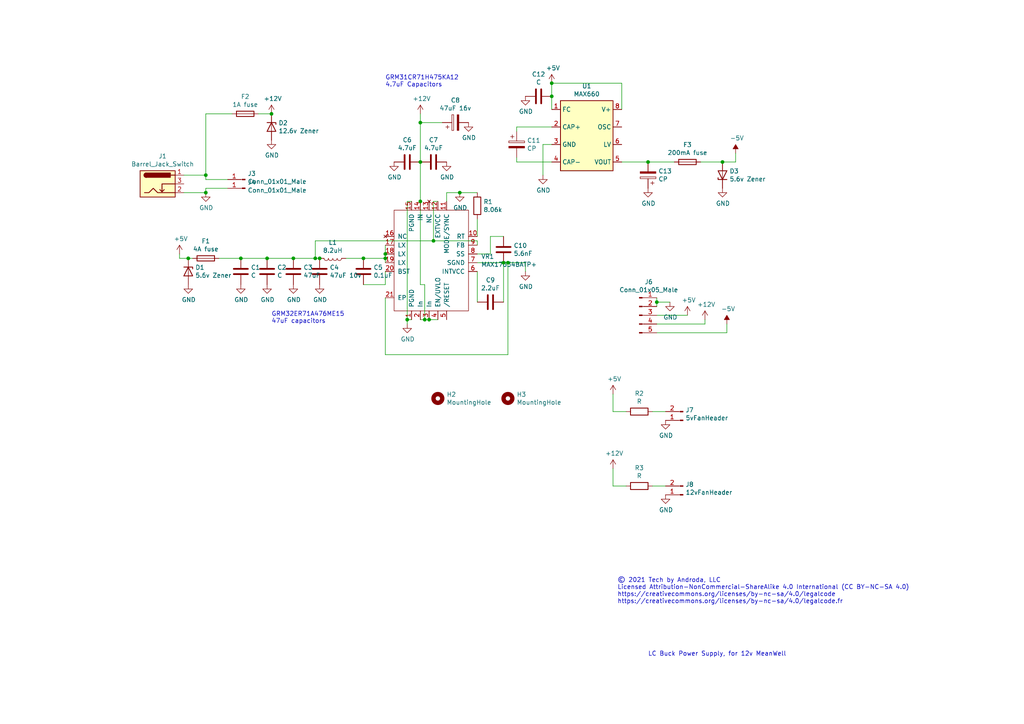
<source format=kicad_sch>
(kicad_sch (version 20211123) (generator eeschema)
  (paper "A4")
  (lib_symbols
    (symbol "Connector:Barrel_Jack_Switch" (pin_names hide)
      (property "Reference" "J" (at 0 5.334 0))
      (property "Value" "Barrel_Jack_Switch" (at 0 -5.08 0))
      (symbol "Barrel_Jack_Switch_0_1"
        (rectangle (start -5.08 3.81) (end 5.08 -3.81) (stroke (width 0.254)) (fill (type background)))
        (arc (start -3.302 3.175) (mid -3.937 2.54) (end -3.302 1.905) (stroke (width 0.254)))
        (arc (start -3.302 3.175) (mid -3.937 2.54) (end -3.302 1.905) (stroke (width 0.254)) (fill (type outline)))
        (polyline (pts (xy 1.27 -2.286) (xy 1.905 -1.651)) (stroke (width 0.254)))
        (polyline (pts (xy 5.08 2.54) (xy 3.81 2.54)) (stroke (width 0.254)))
        (polyline (pts (xy 5.08 0) (xy 1.27 0) (xy 1.27 -2.286) (xy 0.635 -1.651)) (stroke (width 0.254)))
        (polyline (pts (xy -3.81 -2.54) (xy -2.54 -2.54) (xy -1.27 -1.27) (xy 0 -2.54) (xy 2.54 -2.54) (xy 5.08 -2.54)) (stroke (width 0.254)))
        (rectangle (start 3.683 3.175) (end -3.302 1.905) (stroke (width 0.254)) (fill (type outline)))
      )
      (symbol "Barrel_Jack_Switch_1_1"
        (pin passive line (at 7.62 2.54 180) (length 2.54) (name "~") (number "1"))
        (pin passive line (at 7.62 -2.54 180) (length 2.54) (name "~") (number "2"))
        (pin passive line (at 7.62 0 180) (length 2.54) (name "~") (number "3"))
      )
    )
    (symbol "Connector:Conn_01x01_Male" (pin_names (offset 1.016) hide)
      (property "Reference" "J" (at 0 2.54 0))
      (property "Value" "Conn_01x01_Male" (at 0 -2.54 0))
      (symbol "Conn_01x01_Male_1_1"
        (polyline (pts (xy 1.27 0) (xy 0.8636 0)) (stroke (width 0.1524)))
        (rectangle (start 0.8636 0.127) (end 0 -0.127) (stroke (width 0.1524)) (fill (type outline)))
        (pin passive line (at 5.08 0 180) (length 3.81) (name "Pin_1") (number "1"))
      )
    )
    (symbol "Connector:Conn_01x02_Male" (pin_names (offset 1.016) hide)
      (property "Reference" "J" (at 0 2.54 0))
      (property "Value" "Conn_01x02_Male" (at 0 -5.08 0))
      (symbol "Conn_01x02_Male_1_1"
        (polyline (pts (xy 1.27 -2.54) (xy 0.8636 -2.54)) (stroke (width 0.1524)))
        (polyline (pts (xy 1.27 0) (xy 0.8636 0)) (stroke (width 0.1524)))
        (rectangle (start 0.8636 -2.413) (end 0 -2.667) (stroke (width 0.1524)) (fill (type outline)))
        (rectangle (start 0.8636 0.127) (end 0 -0.127) (stroke (width 0.1524)) (fill (type outline)))
        (pin passive line (at 5.08 0 180) (length 3.81) (name "Pin_1") (number "1"))
        (pin passive line (at 5.08 -2.54 180) (length 3.81) (name "Pin_2") (number "2"))
      )
    )
    (symbol "Connector:Conn_01x05_Male" (pin_names (offset 1.016) hide)
      (property "Reference" "J" (at 0 7.62 0))
      (property "Value" "Conn_01x05_Male" (at 0 -7.62 0))
      (symbol "Conn_01x05_Male_1_1"
        (polyline (pts (xy 1.27 -5.08) (xy 0.8636 -5.08)) (stroke (width 0.1524)))
        (polyline (pts (xy 1.27 -2.54) (xy 0.8636 -2.54)) (stroke (width 0.1524)))
        (polyline (pts (xy 1.27 0) (xy 0.8636 0)) (stroke (width 0.1524)))
        (polyline (pts (xy 1.27 2.54) (xy 0.8636 2.54)) (stroke (width 0.1524)))
        (polyline (pts (xy 1.27 5.08) (xy 0.8636 5.08)) (stroke (width 0.1524)))
        (rectangle (start 0.8636 -4.953) (end 0 -5.207) (stroke (width 0.1524)) (fill (type outline)))
        (rectangle (start 0.8636 -2.413) (end 0 -2.667) (stroke (width 0.1524)) (fill (type outline)))
        (rectangle (start 0.8636 0.127) (end 0 -0.127) (stroke (width 0.1524)) (fill (type outline)))
        (rectangle (start 0.8636 2.667) (end 0 2.413) (stroke (width 0.1524)) (fill (type outline)))
        (rectangle (start 0.8636 5.207) (end 0 4.953) (stroke (width 0.1524)) (fill (type outline)))
        (pin passive line (at 5.08 5.08 180) (length 3.81) (name "Pin_1") (number "1"))
        (pin passive line (at 5.08 2.54 180) (length 3.81) (name "Pin_2") (number "2"))
        (pin passive line (at 5.08 0 180) (length 3.81) (name "Pin_3") (number "3"))
        (pin passive line (at 5.08 -2.54 180) (length 3.81) (name "Pin_4") (number "4"))
        (pin passive line (at 5.08 -5.08 180) (length 3.81) (name "Pin_5") (number "5"))
      )
    )
    (symbol "Device:C" (pin_numbers hide) (pin_names (offset 0.254))
      (property "Reference" "C" (at 0.635 2.54 0))
      (property "Value" "C" (at 0.635 -2.54 0))
      (symbol "C_0_1"
        (polyline (pts (xy -2.032 -0.762) (xy 2.032 -0.762)) (stroke (width 0.508)))
        (polyline (pts (xy -2.032 0.762) (xy 2.032 0.762)) (stroke (width 0.508)))
      )
      (symbol "C_1_1"
        (pin passive line (at 0 3.81 270) (length 2.794) (name "~") (number "1"))
        (pin passive line (at 0 -3.81 90) (length 2.794) (name "~") (number "2"))
      )
    )
    (symbol "Device:CP" (pin_numbers hide) (pin_names (offset 0.254))
      (property "Reference" "C" (at 0.635 2.54 0))
      (property "Value" "Device_CP" (at 0.635 -2.54 0))
      (symbol "CP_0_1"
        (rectangle (start -2.286 0.508) (end 2.286 1.016))
        (polyline (pts (xy -1.778 2.286) (xy -0.762 2.286)))
        (polyline (pts (xy -1.27 2.794) (xy -1.27 1.778)))
        (rectangle (start 2.286 -0.508) (end -2.286 -1.016) (fill (type outline)))
      )
      (symbol "CP_1_1"
        (pin passive line (at 0 3.81 270) (length 2.794) (name "~") (number "1"))
        (pin passive line (at 0 -3.81 90) (length 2.794) (name "~") (number "2"))
      )
    )
    (symbol "Device:D_Zener" (pin_numbers hide) (pin_names (offset 1.016) hide)
      (property "Reference" "D" (at 0 2.54 0))
      (property "Value" "D_Zener" (at 0 -2.54 0))
      (symbol "D_Zener_0_1"
        (polyline (pts (xy 1.27 0) (xy -1.27 0)))
        (polyline (pts (xy -1.27 -1.27) (xy -1.27 1.27) (xy -0.762 1.27)) (stroke (width 0.254)))
        (polyline (pts (xy 1.27 -1.27) (xy 1.27 1.27) (xy -1.27 0) (xy 1.27 -1.27)) (stroke (width 0.254)))
      )
      (symbol "D_Zener_1_1"
        (pin passive line (at -3.81 0 0) (length 2.54) (name "K") (number "1"))
        (pin passive line (at 3.81 0 180) (length 2.54) (name "A") (number "2"))
      )
    )
    (symbol "Device:Fuse" (pin_numbers hide) (pin_names (offset 0))
      (property "Reference" "F" (at 2.032 0 90))
      (property "Value" "Fuse" (at -1.905 0 90))
      (symbol "Fuse_0_1"
        (rectangle (start -0.762 -2.54) (end 0.762 2.54) (stroke (width 0.254)))
        (polyline (pts (xy 0 2.54) (xy 0 -2.54)))
      )
      (symbol "Fuse_1_1"
        (pin passive line (at 0 3.81 270) (length 1.27) (name "~") (number "1"))
        (pin passive line (at 0 -3.81 90) (length 1.27) (name "~") (number "2"))
      )
    )
    (symbol "Device:L" (pin_numbers hide) (pin_names (offset 1.016) hide)
      (property "Reference" "L" (at -1.27 0 90))
      (property "Value" "L" (at 1.905 0 90))
      (symbol "L_0_1"
        (arc (start 0 -2.54) (mid 0.635 -1.905) (end 0 -1.27))
        (arc (start 0 -1.27) (mid 0.635 -0.635) (end 0 0))
        (arc (start 0 0) (mid 0.635 0.635) (end 0 1.27))
        (arc (start 0 1.27) (mid 0.635 1.905) (end 0 2.54))
      )
      (symbol "L_1_1"
        (pin passive line (at 0 3.81 270) (length 1.27) (name "1") (number "1"))
        (pin passive line (at 0 -3.81 90) (length 1.27) (name "2") (number "2"))
      )
    )
    (symbol "Device:R" (pin_numbers hide) (pin_names (offset 0))
      (property "Reference" "R" (at 2.032 0 90))
      (property "Value" "R" (at 0 0 90))
      (symbol "R_0_1"
        (rectangle (start -1.016 -2.54) (end 1.016 2.54) (stroke (width 0.254)))
      )
      (symbol "R_1_1"
        (pin passive line (at 0 3.81 270) (length 1.27) (name "~") (number "1"))
        (pin passive line (at 0 -3.81 90) (length 1.27) (name "~") (number "2"))
      )
    )
    (symbol "Mechanical:MountingHole" (pin_names (offset 1.016))
      (property "Reference" "H" (at 0 5.08 0))
      (property "Value" "MountingHole" (at 0 3.175 0))
      (symbol "MountingHole_0_1"
        (circle (center 0 0) (radius 1.27) (stroke (width 1.27)))
      )
    )
    (symbol "custom_symbols:MAX17634BATP+" (pin_names (offset 1.016))
      (property "Reference" "VR" (at 0 0 0))
      (property "Value" "custom_symbols_MAX17634BATP+" (at 0 2.54 0))
      (symbol "MAX17634BATP+_0_1"
        (rectangle (start -11.43 -13.97) (end 10.16 -43.18))
      )
      (symbol "MAX17634BATP+_1_1"
        (pin power_in line (at -6.35 -45.72 90) (length 2.54) (name "PGND") (number "1"))
        (pin input line (at 12.7 -21.59 180) (length 2.54) (name "RT") (number "10"))
        (pin input line (at 3.81 -11.43 270) (length 2.54) (name "MODE/SYNC") (number "11"))
        (pin power_in line (at 1.27 -11.43 270) (length 2.54) (name "EXTVCC") (number "12"))
        (pin no_connect line (at -1.27 -11.43 270) (length 2.54) (name "NC") (number "13"))
        (pin power_in line (at -3.81 -11.43 270) (length 2.54) (name "IN") (number "14"))
        (pin power_in line (at -6.35 -11.43 270) (length 2.54) (name "PGND") (number "15"))
        (pin no_connect line (at -13.97 -21.59 0) (length 2.54) (name "NC") (number "16"))
        (pin power_in line (at -13.97 -24.13 0) (length 2.54) (name "LX") (number "17"))
        (pin power_in line (at -13.97 -26.67 0) (length 2.54) (name "LX") (number "18"))
        (pin power_in line (at -13.97 -29.21 0) (length 2.54) (name "LX") (number "19"))
        (pin power_in line (at -3.81 -45.72 90) (length 2.54) (name "In") (number "2"))
        (pin power_in line (at -13.97 -31.75 0) (length 2.54) (name "BST") (number "20"))
        (pin power_in line (at -13.97 -39.37 0) (length 2.54) (name "EP") (number "21"))
        (pin power_in line (at -1.27 -45.72 90) (length 2.54) (name "In") (number "3"))
        (pin input line (at 1.27 -45.72 90) (length 2.54) (name "EN/UVLO") (number "4"))
        (pin output line (at 3.81 -45.72 90) (length 2.54) (name "/RESET") (number "5"))
        (pin power_in line (at 12.7 -31.75 180) (length 2.54) (name "INTVCC") (number "6"))
        (pin power_in line (at 12.7 -29.21 180) (length 2.54) (name "SGND") (number "7"))
        (pin input line (at 12.7 -26.67 180) (length 2.54) (name "SS") (number "8"))
        (pin input line (at 12.7 -24.13 180) (length 2.54) (name "FB") (number "9"))
      )
    )
    (symbol "custom_symbols:MAX660"
      (property "Reference" "U" (at -6.604 11.43 0))
      (property "Value" "custom_symbols_MAX660" (at 0 11.43 0))
      (symbol "MAX660_0_1"
        (rectangle (start -7.62 10.16) (end 7.62 -10.16) (stroke (width 0.254)) (fill (type background)))
      )
      (symbol "MAX660_1_1"
        (pin input line (at -10.16 7.62 0) (length 2.54) (name "FC") (number "1"))
        (pin input line (at -10.16 2.54 0) (length 2.54) (name "CAP+") (number "2"))
        (pin power_in line (at -10.16 -2.54 0) (length 2.54) (name "GND") (number "3"))
        (pin input line (at -10.16 -7.62 0) (length 2.54) (name "CAP-") (number "4"))
        (pin power_out line (at 10.16 -7.62 180) (length 2.54) (name "VOUT") (number "5"))
        (pin input line (at 10.16 -2.54 180) (length 2.54) (name "LV") (number "6"))
        (pin input line (at 10.16 2.54 180) (length 2.54) (name "OSC") (number "7"))
        (pin power_in line (at 10.16 7.62 180) (length 2.54) (name "V+") (number "8"))
      )
    )
    (symbol "power:+12V" (power) (pin_names (offset 0))
      (property "Value" "+12V" (at 0 3.556 0))
      (symbol "+12V_0_1"
        (polyline (pts (xy -0.762 1.27) (xy 0 2.54)))
        (polyline (pts (xy 0 0) (xy 0 2.54)))
        (polyline (pts (xy 0 2.54) (xy 0.762 1.27)))
      )
      (symbol "+12V_1_1"
        (pin power_in line (at 0 0 90) (length 0) hide (name "+12V") (number "1"))
      )
    )
    (symbol "power:+5V" (power) (pin_names (offset 0))
      (property "Value" "+5V" (at 0 3.556 0))
      (symbol "+5V_0_1"
        (polyline (pts (xy -0.762 1.27) (xy 0 2.54)))
        (polyline (pts (xy 0 0) (xy 0 2.54)))
        (polyline (pts (xy 0 2.54) (xy 0.762 1.27)))
      )
      (symbol "+5V_1_1"
        (pin power_in line (at 0 0 90) (length 0) hide (name "+5V") (number "1"))
      )
    )
    (symbol "power:-5V" (power) (pin_names (offset 0))
      (property "Value" "-5V" (at 0 3.81 0))
      (symbol "-5V_0_0"
        (pin power_in line (at 0 0 90) (length 0) hide (name "-5V") (number "1"))
      )
      (symbol "-5V_0_1"
        (polyline (pts (xy 0 0) (xy 0 1.27) (xy 0.762 1.27) (xy 0 2.54) (xy -0.762 1.27) (xy 0 1.27)) (fill (type outline)))
      )
    )
    (symbol "power:GND" (power) (pin_names (offset 0))
      (property "Value" "GND" (at 0 -3.81 0))
      (symbol "GND_0_1"
        (polyline (pts (xy 0 0) (xy 0 -1.27) (xy 1.27 -1.27) (xy 0 -2.54) (xy -1.27 -1.27) (xy 0 -1.27)))
      )
      (symbol "GND_1_1"
        (pin power_in line (at 0 0 270) (length 0) hide (name "GND") (number "1"))
      )
    )
  )
  (junction (at 59.69 50.8))
  (junction (at 105.41 74.93))
  (junction (at 124.46 92.71))
  (junction (at 121.92 35.56))
  (junction (at 91.44 74.93))
  (junction (at 111.76 74.93))
  (junction (at 123.19 92.71))
  (junction (at 160.02 27.94))
  (junction (at 146.05 76.2))
  (junction (at 77.47 74.93))
  (junction (at 187.96 46.99))
  (junction (at 160.02 24.13))
  (junction (at 121.92 58.42))
  (junction (at 85.09 74.93))
  (junction (at 121.92 46.99))
  (junction (at 190.5 87.63))
  (junction (at 147.32 76.2))
  (junction (at 69.85 74.93))
  (junction (at 118.11 92.71))
  (junction (at 54.61 74.93))
  (junction (at 111.76 73.66))
  (junction (at 125.73 69.85))
  (junction (at 133.35 55.88))
  (junction (at 92.71 74.93))
  (junction (at 78.74 33.02))
  (junction (at 209.55 46.99))
  (junction (at 59.69 55.88))
  (wire (pts (xy 149.86 46.99) (xy 149.86 45.72)))
  (wire (pts (xy 125.73 58.42) (xy 125.73 69.85)))
  (wire (pts (xy 111.76 86.36) (xy 111.76 102.87)))
  (wire (pts (xy 121.92 58.42) (xy 121.92 82.55)))
  (wire (pts (xy 177.8 119.38) (xy 181.61 119.38)))
  (wire (pts (xy 187.96 46.99) (xy 195.58 46.99)))
  (wire (pts (xy 123.19 82.55) (xy 123.19 92.71)))
  (wire (pts (xy 190.5 96.52) (xy 210.82 96.52)))
  (wire (pts (xy 138.43 78.74) (xy 138.43 87.63)))
  (wire (pts (xy 204.47 93.98) (xy 204.47 92.71)))
  (wire (pts (xy 124.46 92.71) (xy 123.19 92.71)))
  (wire (pts (xy 138.43 76.2) (xy 146.05 76.2)))
  (wire (pts (xy 177.8 140.97) (xy 181.61 140.97)))
  (wire (pts (xy 146.05 76.2) (xy 146.05 87.63)))
  (wire (pts (xy 160.02 36.83) (xy 149.86 36.83)))
  (wire (pts (xy 121.92 35.56) (xy 121.92 46.99)))
  (wire (pts (xy 66.04 54.61) (xy 59.69 54.61)))
  (wire (pts (xy 210.82 93.98) (xy 210.82 96.52)))
  (wire (pts (xy 138.43 73.66) (xy 142.24 73.66)))
  (wire (pts (xy 160.02 27.94) (xy 160.02 31.75)))
  (wire (pts (xy 118.11 58.42) (xy 118.11 92.71)))
  (wire (pts (xy 121.92 33.02) (xy 121.92 35.56)))
  (wire (pts (xy 138.43 68.58) (xy 138.43 63.5)))
  (wire (pts (xy 105.41 74.93) (xy 111.76 74.93)))
  (wire (pts (xy 77.47 74.93) (xy 85.09 74.93)))
  (wire (pts (xy 160.02 46.99) (xy 149.86 46.99)))
  (wire (pts (xy 147.32 102.87) (xy 147.32 76.2)))
  (wire (pts (xy 133.35 55.88) (xy 138.43 55.88)))
  (wire (pts (xy 91.44 69.85) (xy 91.44 74.93)))
  (wire (pts (xy 74.93 33.02) (xy 78.74 33.02)))
  (wire (pts (xy 138.43 71.12) (xy 138.43 69.85)))
  (wire (pts (xy 111.76 73.66) (xy 111.76 74.93)))
  (wire (pts (xy 129.54 58.42) (xy 129.54 55.88)))
  (wire (pts (xy 160.02 24.13) (xy 160.02 27.94)))
  (wire (pts (xy 67.31 33.02) (xy 59.69 33.02)))
  (wire (pts (xy 189.23 140.97) (xy 193.04 140.97)))
  (wire (pts (xy 125.73 69.85) (xy 91.44 69.85)))
  (wire (pts (xy 209.55 46.99) (xy 213.36 46.99)))
  (wire (pts (xy 111.76 102.87) (xy 147.32 102.87)))
  (wire (pts (xy 157.48 41.91) (xy 157.48 50.8)))
  (wire (pts (xy 190.5 91.44) (xy 199.39 91.44)))
  (wire (pts (xy 129.54 55.88) (xy 133.35 55.88)))
  (wire (pts (xy 190.5 86.36) (xy 190.5 87.63)))
  (wire (pts (xy 142.24 73.66) (xy 142.24 68.58)))
  (wire (pts (xy 100.33 74.93) (xy 105.41 74.93)))
  (wire (pts (xy 55.88 74.93) (xy 54.61 74.93)))
  (wire (pts (xy 119.38 58.42) (xy 118.11 58.42)))
  (wire (pts (xy 66.04 52.07) (xy 59.69 52.07)))
  (wire (pts (xy 91.44 74.93) (xy 85.09 74.93)))
  (wire (pts (xy 121.92 46.99) (xy 121.92 58.42)))
  (wire (pts (xy 127 92.71) (xy 124.46 92.71)))
  (wire (pts (xy 209.55 46.99) (xy 203.2 46.99)))
  (wire (pts (xy 180.34 46.99) (xy 187.96 46.99)))
  (wire (pts (xy 92.71 74.93) (xy 91.44 74.93)))
  (wire (pts (xy 149.86 36.83) (xy 149.86 38.1)))
  (wire (pts (xy 147.32 76.2) (xy 152.4 76.2)))
  (wire (pts (xy 177.8 114.3) (xy 177.8 119.38)))
  (wire (pts (xy 52.07 74.93) (xy 52.07 73.66)))
  (wire (pts (xy 59.69 54.61) (xy 59.69 55.88)))
  (wire (pts (xy 54.61 74.93) (xy 52.07 74.93)))
  (wire (pts (xy 190.5 93.98) (xy 204.47 93.98)))
  (wire (pts (xy 180.34 31.75) (xy 180.34 24.13)))
  (wire (pts (xy 111.76 74.93) (xy 111.76 76.2)))
  (wire (pts (xy 138.43 69.85) (xy 125.73 69.85)))
  (wire (pts (xy 127 58.42) (xy 125.73 58.42)))
  (wire (pts (xy 128.27 35.56) (xy 121.92 35.56)))
  (wire (pts (xy 53.34 50.8) (xy 59.69 50.8)))
  (wire (pts (xy 152.4 76.2) (xy 152.4 78.74)))
  (wire (pts (xy 118.11 92.71) (xy 118.11 93.98)))
  (wire (pts (xy 142.24 68.58) (xy 146.05 68.58)))
  (wire (pts (xy 160.02 41.91) (xy 157.48 41.91)))
  (wire (pts (xy 105.41 82.55) (xy 111.76 82.55)))
  (wire (pts (xy 69.85 74.93) (xy 77.47 74.93)))
  (wire (pts (xy 111.76 71.12) (xy 111.76 73.66)))
  (wire (pts (xy 123.19 92.71) (xy 121.92 92.71)))
  (wire (pts (xy 59.69 33.02) (xy 59.69 50.8)))
  (wire (pts (xy 146.05 76.2) (xy 147.32 76.2)))
  (wire (pts (xy 177.8 135.89) (xy 177.8 140.97)))
  (wire (pts (xy 190.5 87.63) (xy 190.5 88.9)))
  (wire (pts (xy 118.11 92.71) (xy 119.38 92.71)))
  (wire (pts (xy 59.69 52.07) (xy 59.69 50.8)))
  (wire (pts (xy 190.5 87.63) (xy 194.31 87.63)))
  (wire (pts (xy 69.85 74.93) (xy 63.5 74.93)))
  (wire (pts (xy 53.34 55.88) (xy 59.69 55.88)))
  (wire (pts (xy 111.76 82.55) (xy 111.76 78.74)))
  (wire (pts (xy 180.34 24.13) (xy 160.02 24.13)))
  (wire (pts (xy 213.36 46.99) (xy 213.36 44.45)))
  (wire (pts (xy 189.23 119.38) (xy 193.04 119.38)))
  (wire (pts (xy 121.92 82.55) (xy 123.19 82.55)))
  (text "© 2021 Tech by Androda, LLC\nLicensed Attribution-NonCommercial-ShareAlike 4.0 International (CC BY-NC-SA 4.0)\nhttps://creativecommons.org/licenses/by-nc-sa/4.0/legalcode\nhttps://creativecommons.org/licenses/by-nc-sa/4.0/legalcode.fr" (at 179.07 175.26 0) (effects (font (size 1.27 1.27)) (justify left bottom)))
  (text "GRM32ER71A476ME15\n47uF capacitors" (at 78.74 93.98 0) (effects (font (size 1.27 1.27)) (justify left bottom)))
  (text "LC Buck Power Supply, for 12v MeanWell" (at 187.96 190.5 0) (effects (font (size 1.27 1.27)) (justify left bottom)))
  (text "GRM31CR71H475KA12\n4.7uF Capacitors" (at 111.76 25.4 0) (effects (font (size 1.27 1.27)) (justify left bottom)))
  (symbol (lib_id "Connector:Barrel_Jack_Switch") (at 45.72 53.34 0) (unit 1)
    (property "Reference" "J1" (at 47.1678 45.2882 0))
    (property "Value" "Barrel_Jack_Switch" (at 47.1678 47.5996 0))
    (property "Footprint" "CustomFootprints:RandomBasementBarrelJack" (effects hide))
  )
  (symbol (lib_id "power:GND") (at 59.69 55.88 0) (unit 1)
    (property "Reference" "#PWR03" (effects hide))
    (property "Value" "GND" (at 59.817 60.2742 0))
  )
  (symbol (lib_id "power:+12V") (at 78.74 33.02 0) (unit 1)
    (property "Reference" "#PWR02" (effects hide))
    (property "Value" "+12V" (at 79.121 28.6258 0))
  )
  (symbol (lib_id "custom_symbols:MAX17634BATP+") (at 125.73 46.99 0) (unit 1)
    (property "Reference" "VR1" (at 139.5476 74.3966 0) (effects (justify left)))
    (property "Value" "MAX17634BATP+" (at 139.5476 76.708 0) (effects (justify left)))
    (property "Footprint" "Package_DFN_QFN:QFN-20-1EP_4x4mm_P0.5mm_EP2.7x2.7mm" (effects hide))
  )
  (symbol (lib_id "power:+12V") (at 121.92 33.02 0) (unit 1)
    (property "Reference" "#PWR012" (effects hide))
    (property "Value" "+12V" (at 122.301 28.6258 0))
  )
  (symbol (lib_id "Device:C") (at 125.73 46.99 270) (unit 1)
    (property "Reference" "C7" (at 125.73 40.5892 90))
    (property "Value" "4.7uF" (at 125.73 42.9006 90))
    (property "Footprint" "Capacitor_SMD:C_1206_3216Metric_Pad1.42x1.75mm_HandSolder" (effects hide))
  )
  (symbol (lib_id "Device:C") (at 118.11 46.99 270) (unit 1)
    (property "Reference" "C6" (at 118.11 40.5892 90))
    (property "Value" "4.7uF" (at 118.11 42.9006 90))
    (property "Footprint" "Capacitor_SMD:C_1206_3216Metric_Pad1.42x1.75mm_HandSolder" (effects hide))
  )
  (symbol (lib_id "power:GND") (at 129.54 46.99 0) (unit 1)
    (property "Reference" "#PWR013" (effects hide))
    (property "Value" "GND" (at 129.667 51.3842 0))
  )
  (symbol (lib_id "power:GND") (at 114.3 46.99 0) (unit 1)
    (property "Reference" "#PWR010" (effects hide))
    (property "Value" "GND" (at 114.427 51.3842 0))
  )
  (symbol (lib_id "Device:C") (at 105.41 78.74 180) (unit 1)
    (property "Reference" "C5" (at 108.331 77.5716 0) (effects (justify right)))
    (property "Value" "0.1uF" (at 108.331 79.883 0) (effects (justify right)))
    (property "Footprint" "Capacitor_SMD:C_0603_1608Metric" (effects hide))
  )
  (symbol (lib_id "Device:L") (at 96.52 74.93 270) (unit 1)
    (property "Reference" "L1" (at 96.52 70.3326 90))
    (property "Value" "8.2uH" (at 96.52 72.644 90))
    (property "Footprint" "CustomFootprints:HM79M-60" (effects hide))
  )
  (symbol (lib_id "power:+5V") (at 52.07 73.66 0) (unit 1)
    (property "Reference" "#PWR04" (effects hide))
    (property "Value" "+5V" (at 52.451 69.2658 0))
  )
  (symbol (lib_id "Device:C") (at 85.09 78.74 0) (unit 1)
    (property "Reference" "C3" (at 88.011 77.5716 0) (effects (justify left)))
    (property "Value" "47uF" (at 88.011 79.883 0) (effects (justify left)))
    (property "Footprint" "Capacitor_SMD:C_1210_3225Metric_Pad1.42x2.65mm_HandSolder" (effects hide))
  )
  (symbol (lib_id "Device:C") (at 92.71 78.74 0) (unit 1)
    (property "Reference" "C4" (at 95.631 77.5716 0) (effects (justify left)))
    (property "Value" "47uF 10v" (at 95.631 79.883 0) (effects (justify left)))
    (property "Footprint" "Capacitor_SMD:C_1210_3225Metric_Pad1.42x2.65mm_HandSolder" (effects hide))
  )
  (symbol (lib_id "power:GND") (at 85.09 82.55 0) (unit 1)
    (property "Reference" "#PWR08" (effects hide))
    (property "Value" "GND" (at 85.217 86.9442 0))
  )
  (symbol (lib_id "power:GND") (at 92.71 82.55 0) (unit 1)
    (property "Reference" "#PWR09" (effects hide))
    (property "Value" "GND" (at 92.837 86.9442 0))
  )
  (symbol (lib_id "power:GND") (at 118.11 93.98 0) (unit 1)
    (property "Reference" "#PWR011" (effects hide))
    (property "Value" "GND" (at 118.237 98.3742 0))
  )
  (symbol (lib_id "Device:C") (at 142.24 87.63 90) (unit 1)
    (property "Reference" "C9" (at 142.24 81.2292 90))
    (property "Value" "2.2uF" (at 142.24 83.5406 90))
    (property "Footprint" "Capacitor_SMD:C_0603_1608Metric" (effects hide))
  )
  (symbol (lib_id "power:GND") (at 152.4 78.74 0) (unit 1)
    (property "Reference" "#PWR017" (effects hide))
    (property "Value" "GND" (at 152.527 83.1342 0))
  )
  (symbol (lib_id "custom_symbols:MAX660") (at 170.18 39.37 0) (unit 1)
    (property "Reference" "U1" (at 170.18 24.9682 0))
    (property "Value" "MAX660" (at 170.18 27.2796 0))
    (property "Footprint" "Package_SO:SOIC-8_3.9x4.9mm_P1.27mm" (effects hide))
  )
  (symbol (lib_id "Device:CP") (at 149.86 41.91 0) (unit 1)
    (property "Reference" "C11" (at 152.8572 40.7416 0) (effects (justify left)))
    (property "Value" "CP" (at 152.8572 43.053 0) (effects (justify left)))
    (property "Footprint" "Capacitor_SMD:C_0805_2012Metric_Pad1.15x1.40mm_HandSolder" (effects hide))
  )
  (symbol (lib_id "power:GND") (at 157.48 50.8 0) (unit 1)
    (property "Reference" "#PWR018" (effects hide))
    (property "Value" "GND" (at 157.607 55.1942 0))
  )
  (symbol (lib_id "power:+5V") (at 160.02 24.13 0) (unit 1)
    (property "Reference" "#PWR019" (effects hide))
    (property "Value" "+5V" (at 160.401 19.7358 0))
  )
  (symbol (lib_id "Device:C") (at 156.21 27.94 270) (unit 1)
    (property "Reference" "C12" (at 156.21 21.5392 90))
    (property "Value" "C" (at 156.21 23.8506 90))
    (property "Footprint" "Capacitor_SMD:C_0603_1608Metric" (effects hide))
  )
  (symbol (lib_id "power:GND") (at 152.4 27.94 0) (unit 1)
    (property "Reference" "#PWR016" (effects hide))
    (property "Value" "GND" (at 152.527 32.3342 0))
  )
  (symbol (lib_id "power:-5V") (at 213.36 44.45 0) (unit 1)
    (property "Reference" "#PWR022" (effects hide))
    (property "Value" "-5V" (at 213.741 40.0558 0))
  )
  (symbol (lib_id "Device:CP") (at 187.96 50.8 180) (unit 1)
    (property "Reference" "C13" (at 190.9572 49.6316 0) (effects (justify right)))
    (property "Value" "CP" (at 190.9572 51.943 0) (effects (justify right)))
    (property "Footprint" "Capacitor_SMD:C_0805_2012Metric_Pad1.15x1.40mm_HandSolder" (effects hide))
  )
  (symbol (lib_id "power:GND") (at 187.96 54.61 0) (unit 1)
    (property "Reference" "#PWR020" (effects hide))
    (property "Value" "GND" (at 188.087 59.0042 0))
  )
  (symbol (lib_id "Connector:Conn_01x01_Male") (at 71.12 52.07 180) (unit 1)
    (property "Reference" "J3" (at 71.8312 50.3428 0) (effects (justify right)))
    (property "Value" "Conn_01x01_Male" (at 71.8312 52.6542 0) (effects (justify right)))
    (property "Footprint" "CustomFootprints:MACAA_Individual_Pad" (effects hide))
  )
  (symbol (lib_id "Connector:Conn_01x01_Male") (at 71.12 54.61 180) (unit 1)
    (property "Reference" "J4" (at 71.8312 52.8828 0) (effects (justify right)))
    (property "Value" "Conn_01x01_Male" (at 71.8312 55.1942 0) (effects (justify right)))
    (property "Footprint" "CustomFootprints:MACAA_Individual_Pad" (effects hide))
  )
  (symbol (lib_id "Device:C") (at 146.05 72.39 0) (unit 1)
    (property "Reference" "C10" (at 148.971 71.2216 0) (effects (justify left)))
    (property "Value" "5.6nF" (at 148.971 73.533 0) (effects (justify left)))
    (property "Footprint" "Capacitor_SMD:C_0603_1608Metric" (effects hide))
  )
  (symbol (lib_id "Device:R") (at 138.43 59.69 0) (unit 1)
    (property "Reference" "R1" (at 140.208 58.5216 0) (effects (justify left)))
    (property "Value" "8.06k" (at 140.208 60.833 0) (effects (justify left)))
    (property "Footprint" "Resistor_SMD:R_0805_2012Metric_Pad1.15x1.40mm_HandSolder" (effects hide))
  )
  (symbol (lib_id "power:GND") (at 133.35 55.88 0) (unit 1)
    (property "Reference" "#PWR014" (effects hide))
    (property "Value" "GND" (at 133.477 60.2742 0))
  )
  (symbol (lib_id "Device:CP") (at 132.08 35.56 90) (unit 1)
    (property "Reference" "C8" (at 132.08 29.083 90))
    (property "Value" "47uF 16v" (at 132.08 31.3944 90))
    (property "Footprint" "Capacitor_SMD:C_1206_3216Metric_Pad1.42x1.75mm_HandSolder" (effects hide))
  )
  (symbol (lib_id "power:GND") (at 135.89 35.56 0) (unit 1)
    (property "Reference" "#PWR015" (effects hide))
    (property "Value" "GND" (at 136.017 39.9542 0))
  )
  (symbol (lib_id "Connector:Conn_01x05_Male") (at 185.42 91.44 0) (unit 1)
    (property "Reference" "J6" (at 188.1632 81.7626 0))
    (property "Value" "Conn_01x05_Male" (at 188.1632 84.074 0))
    (property "Footprint" "CustomFootprints:LC_MACAA_Pads" (effects hide))
  )
  (symbol (lib_id "power:+5V") (at 177.8 114.3 0) (unit 1)
    (property "Reference" "#PWR025" (effects hide))
    (property "Value" "+5V" (at 178.181 109.9058 0))
  )
  (symbol (lib_id "Device:R") (at 185.42 119.38 270) (unit 1)
    (property "Reference" "R2" (at 185.42 114.1222 90))
    (property "Value" "R" (at 185.42 116.4336 90))
    (property "Footprint" "Resistor_THT:R_Axial_DIN0207_L6.3mm_D2.5mm_P7.62mm_Horizontal" (effects hide))
  )
  (symbol (lib_id "power:GND") (at 194.31 87.63 0) (unit 1)
    (property "Reference" "#PWR021" (effects hide))
    (property "Value" "GND" (at 194.437 92.0242 0))
  )
  (symbol (lib_id "Connector:Conn_01x02_Male") (at 198.12 121.92 180) (unit 1)
    (property "Reference" "J7" (at 198.8312 118.9228 0) (effects (justify right)))
    (property "Value" "5vFanHeader" (at 198.8312 121.2342 0) (effects (justify right)))
    (property "Footprint" "Connector_PinHeader_2.54mm:PinHeader_1x02_P2.54mm_Vertical" (effects hide))
  )
  (symbol (lib_id "power:+5V") (at 199.39 91.44 0) (unit 1)
    (property "Reference" "#PWR023" (effects hide))
    (property "Value" "+5V" (at 199.771 87.0458 0))
  )
  (symbol (lib_id "power:+12V") (at 204.47 92.71 0) (unit 1)
    (property "Reference" "#PWR024" (effects hide))
    (property "Value" "+12V" (at 204.851 88.3158 0))
  )
  (symbol (lib_id "power:GND") (at 193.04 121.92 0) (unit 1)
    (property "Reference" "#PWR027" (effects hide))
    (property "Value" "GND" (at 193.167 126.3142 0))
  )
  (symbol (lib_id "power:-5V") (at 210.82 93.98 0) (unit 1)
    (property "Reference" "#PWR026" (effects hide))
    (property "Value" "-5V" (at 211.201 89.5858 0))
  )
  (symbol (lib_id "Device:R") (at 185.42 140.97 270) (unit 1)
    (property "Reference" "R3" (at 185.42 135.7122 90))
    (property "Value" "R" (at 185.42 138.0236 90))
    (property "Footprint" "Resistor_THT:R_Axial_DIN0207_L6.3mm_D2.5mm_P7.62mm_Horizontal" (effects hide))
  )
  (symbol (lib_id "Connector:Conn_01x02_Male") (at 198.12 143.51 180) (unit 1)
    (property "Reference" "J8" (at 198.8312 140.5128 0) (effects (justify right)))
    (property "Value" "12vFanHeader" (at 198.8312 142.8242 0) (effects (justify right)))
    (property "Footprint" "Connector_PinHeader_2.54mm:PinHeader_1x02_P2.54mm_Vertical" (effects hide))
  )
  (symbol (lib_id "power:GND") (at 193.04 143.51 0) (unit 1)
    (property "Reference" "#PWR0101" (effects hide))
    (property "Value" "GND" (at 193.167 147.9042 0))
  )
  (symbol (lib_id "power:+12V") (at 177.8 135.89 0) (unit 1)
    (property "Reference" "#PWR0102" (effects hide))
    (property "Value" "+12V" (at 178.181 131.4958 0))
  )
  (symbol (lib_id "Device:C") (at 77.47 78.74 0) (unit 1)
    (property "Reference" "C2" (at 80.391 77.5716 0) (effects (justify left)))
    (property "Value" "C" (at 80.391 79.883 0) (effects (justify left)))
    (property "Footprint" "Capacitor_SMD:C_0603_1608Metric_Pad1.05x0.95mm_HandSolder" (effects hide))
  )
  (symbol (lib_id "Device:C") (at 69.85 78.74 0) (unit 1)
    (property "Reference" "C1" (at 72.771 77.5716 0) (effects (justify left)))
    (property "Value" "C" (at 72.771 79.883 0) (effects (justify left)))
    (property "Footprint" "Capacitor_SMD:C_0805_2012Metric_Pad1.15x1.40mm_HandSolder" (effects hide))
  )
  (symbol (lib_id "power:GND") (at 77.47 82.55 0) (unit 1)
    (property "Reference" "#PWR06" (effects hide))
    (property "Value" "GND" (at 77.597 86.9442 0))
  )
  (symbol (lib_id "power:GND") (at 69.85 82.55 0) (unit 1)
    (property "Reference" "#PWR05" (effects hide))
    (property "Value" "GND" (at 69.977 86.9442 0))
  )
  (symbol (lib_id "Mechanical:MountingHole") (at 147.32 115.57 0) (unit 1)
    (property "Reference" "H3" (at 149.86 114.4016 0) (effects (justify left)))
    (property "Value" "MountingHole" (at 149.86 116.713 0) (effects (justify left)))
    (property "Footprint" "MountingHole:MountingHole_3.2mm_M3" (effects hide))
  )
  (symbol (lib_id "Mechanical:MountingHole") (at 127 115.57 0) (unit 1)
    (property "Reference" "H2" (at 129.54 114.4016 0) (effects (justify left)))
    (property "Value" "MountingHole" (at 129.54 116.713 0) (effects (justify left)))
    (property "Footprint" "MountingHole:MountingHole_3.2mm_M3" (effects hide))
  )
  (symbol (lib_id "Device:Fuse") (at 59.69 74.93 270) (unit 1)
    (property "Reference" "F1" (at 59.69 69.9262 90))
    (property "Value" "4A fuse" (at 59.69 72.2376 90))
    (property "Footprint" "CustomFootprints:Fuse_Littelfuse-LVR100_NoOutline" (effects hide))
  )
  (symbol (lib_id "Device:D_Zener") (at 54.61 78.74 270) (unit 1)
    (property "Reference" "D1" (at 56.642 77.5716 90) (effects (justify left)))
    (property "Value" "5.6v Zener" (at 56.642 79.883 90) (effects (justify left)))
    (property "Footprint" "CustomFootprints:DO-220AA" (effects hide))
  )
  (symbol (lib_id "power:GND") (at 54.61 82.55 0) (unit 1)
    (property "Reference" "#PWR0103" (effects hide))
    (property "Value" "GND" (at 54.737 86.9442 0))
  )
  (symbol (lib_id "Device:D_Zener") (at 209.55 50.8 90) (unit 1)
    (property "Reference" "D3" (at 211.582 49.6316 90) (effects (justify right)))
    (property "Value" "5.6v Zener" (at 211.582 51.943 90) (effects (justify right)))
    (property "Footprint" "CustomFootprints:DO-220AA" (effects hide))
  )
  (symbol (lib_id "Device:Fuse") (at 199.39 46.99 270) (unit 1)
    (property "Reference" "F3" (at 199.39 41.9862 90))
    (property "Value" "200mA fuse" (at 199.39 44.2976 90))
    (property "Footprint" "CustomFootprints:Fuse_Littelfuse-LVR100_NoOutline" (effects hide))
  )
  (symbol (lib_id "power:GND") (at 209.55 54.61 0) (unit 1)
    (property "Reference" "#PWR0104" (effects hide))
    (property "Value" "GND" (at 209.677 59.0042 0))
  )
  (symbol (lib_id "Device:D_Zener") (at 78.74 36.83 270) (unit 1)
    (property "Reference" "D2" (at 80.772 35.6616 90) (effects (justify left)))
    (property "Value" "12.6v Zener" (at 80.772 37.973 90) (effects (justify left)))
    (property "Footprint" "CustomFootprints:DO-220AA" (effects hide))
  )
  (symbol (lib_id "Device:Fuse") (at 71.12 33.02 270) (unit 1)
    (property "Reference" "F2" (at 71.12 28.0162 90))
    (property "Value" "1A fuse" (at 71.12 30.3276 90))
    (property "Footprint" "CustomFootprints:Fuse_Littelfuse-LVR100_NoOutline" (effects hide))
  )
  (symbol (lib_id "power:GND") (at 78.74 40.64 0) (unit 1)
    (property "Reference" "#PWR0105" (effects hide))
    (property "Value" "GND" (at 78.867 45.0342 0))
  )
)
</source>
